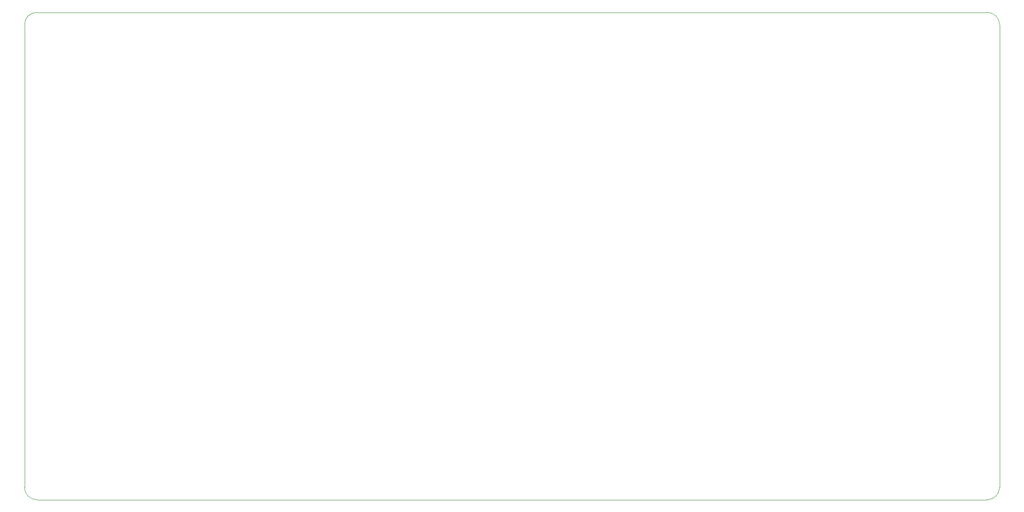
<source format=gm1>
G04 #@! TF.GenerationSoftware,KiCad,Pcbnew,(5.1.4)-1*
G04 #@! TF.CreationDate,2021-09-03T03:45:49-10:00*
G04 #@! TF.ProjectId,oya45,6f796134-352e-46b6-9963-61645f706362,rev?*
G04 #@! TF.SameCoordinates,Original*
G04 #@! TF.FileFunction,Profile,NP*
%FSLAX46Y46*%
G04 Gerber Fmt 4.6, Leading zero omitted, Abs format (unit mm)*
G04 Created by KiCad (PCBNEW (5.1.4)-1) date 2021-09-03 03:45:49*
%MOMM*%
%LPD*%
G04 APERTURE LIST*
%ADD10C,0.050000*%
G04 APERTURE END LIST*
D10*
X47625000Y-121443750D02*
X47625000Y-30956250D01*
X50006250Y-123825000D02*
G75*
G02X47625000Y-121443750I0J2381250D01*
G01*
X238125000Y-121443750D02*
G75*
G02X235743750Y-123825000I-2381250J0D01*
G01*
X235743750Y-28575000D02*
G75*
G02X238125000Y-30956250I0J-2381250D01*
G01*
X47625000Y-30956250D02*
G75*
G02X50006250Y-28575000I2381250J0D01*
G01*
X235743750Y-123825000D02*
X50006250Y-123825000D01*
X238125000Y-30956250D02*
X238125000Y-121443750D01*
X50006250Y-28575000D02*
X235743750Y-28575000D01*
M02*

</source>
